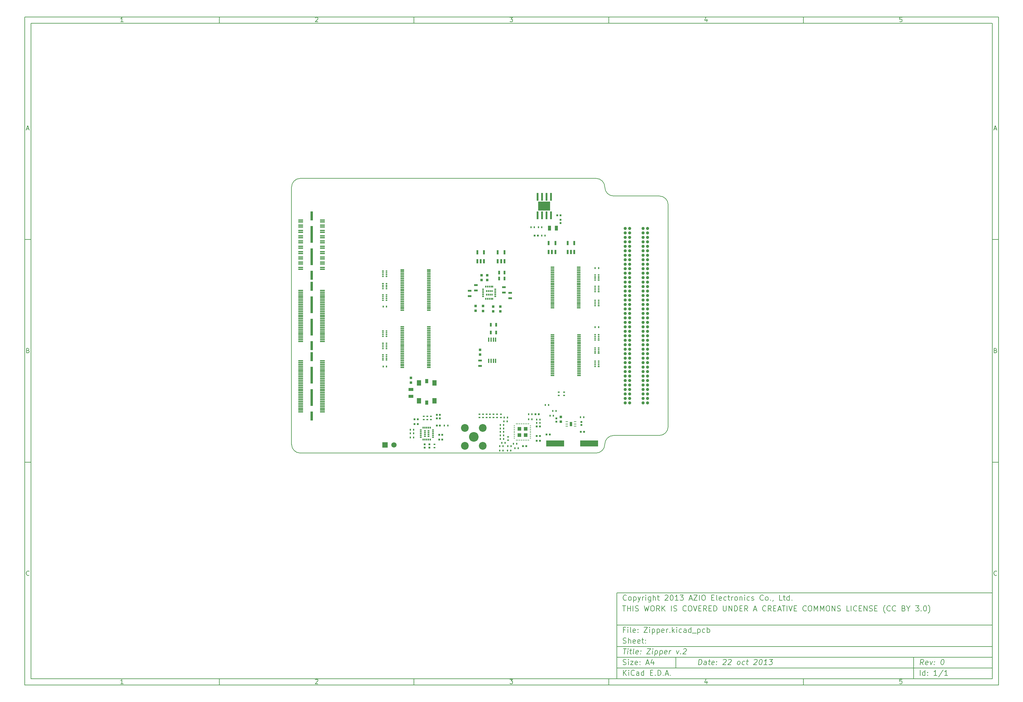
<source format=gbp>
G04 (created by PCBNEW (2013-07-07 BZR 4022)-stable) date 10/22/2013 6:32:42 PM*
%MOIN*%
G04 Gerber Fmt 3.4, Leading zero omitted, Abs format*
%FSLAX34Y34*%
G01*
G70*
G90*
G04 APERTURE LIST*
%ADD10C,0.00590551*%
%ADD11C,0.00787402*%
%ADD12R,0.0137X0.0472*%
%ADD13R,0.0138X0.0472*%
%ADD14R,0.0472X0.0591*%
%ADD15R,0.0354331X0.0472441*%
%ADD16R,0.0217X0.0394*%
%ADD17R,0.0175X0.0195*%
%ADD18R,0.0195X0.0175*%
%ADD19R,0.0314X0.0275*%
%ADD20R,0.0195X0.0195*%
%ADD21O,0.0235X0.0117*%
%ADD22R,0.0235X0.0117*%
%ADD23R,0.0252X0.1*%
%ADD24R,0.0252X0.185*%
%ADD25R,0.0571X0.0118*%
%ADD26R,0.0283X0.0114*%
%ADD27R,0.0295X0.0472*%
%ADD28R,0.0236X0.0472*%
%ADD29R,0.0597X0.0597*%
%ADD30C,0.0597*%
%ADD31C,0.1079*%
%ADD32C,0.0866*%
%ADD33R,0.023622X0.011811*%
%ADD34R,0.011811X0.023622*%
%ADD35R,0.015748X0.00984252*%
%ADD36R,0.00984252X0.015748*%
%ADD37R,0.0393701X0.0393701*%
%ADD38R,0.2X0.07*%
%ADD39R,0.0551X0.0354*%
%ADD40R,0.0394X0.0217*%
%ADD41C,0.0354331*%
%ADD42R,0.0354X0.0551*%
%ADD43R,0.0236X0.0866*%
%ADD44R,0.1339X0.1008*%
%ADD45R,0.0393701X0.011811*%
G04 APERTURE END LIST*
G54D10*
X4000Y-4000D02*
X112930Y-4000D01*
X112930Y-78680D01*
X4000Y-78680D01*
X4000Y-4000D01*
X4700Y-4700D02*
X112230Y-4700D01*
X112230Y-77980D01*
X4700Y-77980D01*
X4700Y-4700D01*
X25780Y-4000D02*
X25780Y-4700D01*
X15032Y-4552D02*
X14747Y-4552D01*
X14890Y-4552D02*
X14890Y-4052D01*
X14842Y-4123D01*
X14794Y-4171D01*
X14747Y-4195D01*
X25780Y-78680D02*
X25780Y-77980D01*
X15032Y-78532D02*
X14747Y-78532D01*
X14890Y-78532D02*
X14890Y-78032D01*
X14842Y-78103D01*
X14794Y-78151D01*
X14747Y-78175D01*
X47560Y-4000D02*
X47560Y-4700D01*
X36527Y-4100D02*
X36550Y-4076D01*
X36598Y-4052D01*
X36717Y-4052D01*
X36765Y-4076D01*
X36789Y-4100D01*
X36812Y-4147D01*
X36812Y-4195D01*
X36789Y-4266D01*
X36503Y-4552D01*
X36812Y-4552D01*
X47560Y-78680D02*
X47560Y-77980D01*
X36527Y-78080D02*
X36550Y-78056D01*
X36598Y-78032D01*
X36717Y-78032D01*
X36765Y-78056D01*
X36789Y-78080D01*
X36812Y-78127D01*
X36812Y-78175D01*
X36789Y-78246D01*
X36503Y-78532D01*
X36812Y-78532D01*
X69340Y-4000D02*
X69340Y-4700D01*
X58283Y-4052D02*
X58592Y-4052D01*
X58426Y-4242D01*
X58497Y-4242D01*
X58545Y-4266D01*
X58569Y-4290D01*
X58592Y-4338D01*
X58592Y-4457D01*
X58569Y-4504D01*
X58545Y-4528D01*
X58497Y-4552D01*
X58354Y-4552D01*
X58307Y-4528D01*
X58283Y-4504D01*
X69340Y-78680D02*
X69340Y-77980D01*
X58283Y-78032D02*
X58592Y-78032D01*
X58426Y-78222D01*
X58497Y-78222D01*
X58545Y-78246D01*
X58569Y-78270D01*
X58592Y-78318D01*
X58592Y-78437D01*
X58569Y-78484D01*
X58545Y-78508D01*
X58497Y-78532D01*
X58354Y-78532D01*
X58307Y-78508D01*
X58283Y-78484D01*
X91120Y-4000D02*
X91120Y-4700D01*
X80325Y-4219D02*
X80325Y-4552D01*
X80206Y-4028D02*
X80087Y-4385D01*
X80396Y-4385D01*
X91120Y-78680D02*
X91120Y-77980D01*
X80325Y-78199D02*
X80325Y-78532D01*
X80206Y-78008D02*
X80087Y-78365D01*
X80396Y-78365D01*
X102129Y-4052D02*
X101890Y-4052D01*
X101867Y-4290D01*
X101890Y-4266D01*
X101938Y-4242D01*
X102057Y-4242D01*
X102105Y-4266D01*
X102129Y-4290D01*
X102152Y-4338D01*
X102152Y-4457D01*
X102129Y-4504D01*
X102105Y-4528D01*
X102057Y-4552D01*
X101938Y-4552D01*
X101890Y-4528D01*
X101867Y-4504D01*
X102129Y-78032D02*
X101890Y-78032D01*
X101867Y-78270D01*
X101890Y-78246D01*
X101938Y-78222D01*
X102057Y-78222D01*
X102105Y-78246D01*
X102129Y-78270D01*
X102152Y-78318D01*
X102152Y-78437D01*
X102129Y-78484D01*
X102105Y-78508D01*
X102057Y-78532D01*
X101938Y-78532D01*
X101890Y-78508D01*
X101867Y-78484D01*
X4000Y-28890D02*
X4700Y-28890D01*
X4230Y-16509D02*
X4469Y-16509D01*
X4183Y-16652D02*
X4350Y-16152D01*
X4516Y-16652D01*
X112930Y-28890D02*
X112230Y-28890D01*
X112460Y-16509D02*
X112699Y-16509D01*
X112413Y-16652D02*
X112580Y-16152D01*
X112746Y-16652D01*
X4000Y-53780D02*
X4700Y-53780D01*
X4385Y-41280D02*
X4457Y-41304D01*
X4480Y-41328D01*
X4504Y-41375D01*
X4504Y-41447D01*
X4480Y-41494D01*
X4457Y-41518D01*
X4409Y-41542D01*
X4219Y-41542D01*
X4219Y-41042D01*
X4385Y-41042D01*
X4433Y-41066D01*
X4457Y-41090D01*
X4480Y-41137D01*
X4480Y-41185D01*
X4457Y-41232D01*
X4433Y-41256D01*
X4385Y-41280D01*
X4219Y-41280D01*
X112930Y-53780D02*
X112230Y-53780D01*
X112615Y-41280D02*
X112687Y-41304D01*
X112710Y-41328D01*
X112734Y-41375D01*
X112734Y-41447D01*
X112710Y-41494D01*
X112687Y-41518D01*
X112639Y-41542D01*
X112449Y-41542D01*
X112449Y-41042D01*
X112615Y-41042D01*
X112663Y-41066D01*
X112687Y-41090D01*
X112710Y-41137D01*
X112710Y-41185D01*
X112687Y-41232D01*
X112663Y-41256D01*
X112615Y-41280D01*
X112449Y-41280D01*
X4504Y-66384D02*
X4480Y-66408D01*
X4409Y-66432D01*
X4361Y-66432D01*
X4290Y-66408D01*
X4242Y-66360D01*
X4219Y-66313D01*
X4195Y-66218D01*
X4195Y-66146D01*
X4219Y-66051D01*
X4242Y-66003D01*
X4290Y-65956D01*
X4361Y-65932D01*
X4409Y-65932D01*
X4480Y-65956D01*
X4504Y-65980D01*
X112734Y-66384D02*
X112710Y-66408D01*
X112639Y-66432D01*
X112591Y-66432D01*
X112520Y-66408D01*
X112472Y-66360D01*
X112449Y-66313D01*
X112425Y-66218D01*
X112425Y-66146D01*
X112449Y-66051D01*
X112472Y-66003D01*
X112520Y-65956D01*
X112591Y-65932D01*
X112639Y-65932D01*
X112710Y-65956D01*
X112734Y-65980D01*
X79380Y-76422D02*
X79455Y-75822D01*
X79597Y-75822D01*
X79680Y-75851D01*
X79730Y-75908D01*
X79751Y-75965D01*
X79765Y-76080D01*
X79755Y-76165D01*
X79712Y-76280D01*
X79676Y-76337D01*
X79612Y-76394D01*
X79522Y-76422D01*
X79380Y-76422D01*
X80237Y-76422D02*
X80276Y-76108D01*
X80255Y-76051D01*
X80201Y-76022D01*
X80087Y-76022D01*
X80026Y-76051D01*
X80240Y-76394D02*
X80180Y-76422D01*
X80037Y-76422D01*
X79983Y-76394D01*
X79962Y-76337D01*
X79969Y-76280D01*
X80005Y-76222D01*
X80065Y-76194D01*
X80208Y-76194D01*
X80269Y-76165D01*
X80487Y-76022D02*
X80715Y-76022D01*
X80597Y-75822D02*
X80533Y-76337D01*
X80555Y-76394D01*
X80608Y-76422D01*
X80665Y-76422D01*
X81097Y-76394D02*
X81037Y-76422D01*
X80922Y-76422D01*
X80869Y-76394D01*
X80847Y-76337D01*
X80876Y-76108D01*
X80912Y-76051D01*
X80972Y-76022D01*
X81087Y-76022D01*
X81140Y-76051D01*
X81162Y-76108D01*
X81155Y-76165D01*
X80862Y-76222D01*
X81387Y-76365D02*
X81412Y-76394D01*
X81380Y-76422D01*
X81355Y-76394D01*
X81387Y-76365D01*
X81380Y-76422D01*
X81426Y-76051D02*
X81451Y-76080D01*
X81419Y-76108D01*
X81394Y-76080D01*
X81426Y-76051D01*
X81419Y-76108D01*
X82162Y-75880D02*
X82194Y-75851D01*
X82255Y-75822D01*
X82397Y-75822D01*
X82451Y-75851D01*
X82476Y-75880D01*
X82497Y-75937D01*
X82490Y-75994D01*
X82451Y-76080D01*
X82065Y-76422D01*
X82437Y-76422D01*
X82733Y-75880D02*
X82765Y-75851D01*
X82826Y-75822D01*
X82969Y-75822D01*
X83022Y-75851D01*
X83047Y-75880D01*
X83069Y-75937D01*
X83062Y-75994D01*
X83022Y-76080D01*
X82637Y-76422D01*
X83008Y-76422D01*
X83808Y-76422D02*
X83755Y-76394D01*
X83730Y-76365D01*
X83708Y-76308D01*
X83730Y-76137D01*
X83765Y-76080D01*
X83797Y-76051D01*
X83858Y-76022D01*
X83944Y-76022D01*
X83997Y-76051D01*
X84022Y-76080D01*
X84044Y-76137D01*
X84022Y-76308D01*
X83987Y-76365D01*
X83955Y-76394D01*
X83894Y-76422D01*
X83808Y-76422D01*
X84526Y-76394D02*
X84465Y-76422D01*
X84351Y-76422D01*
X84297Y-76394D01*
X84272Y-76365D01*
X84251Y-76308D01*
X84272Y-76137D01*
X84308Y-76080D01*
X84340Y-76051D01*
X84401Y-76022D01*
X84515Y-76022D01*
X84569Y-76051D01*
X84744Y-76022D02*
X84972Y-76022D01*
X84855Y-75822D02*
X84790Y-76337D01*
X84812Y-76394D01*
X84865Y-76422D01*
X84922Y-76422D01*
X85619Y-75880D02*
X85651Y-75851D01*
X85712Y-75822D01*
X85855Y-75822D01*
X85908Y-75851D01*
X85933Y-75880D01*
X85955Y-75937D01*
X85947Y-75994D01*
X85908Y-76080D01*
X85522Y-76422D01*
X85894Y-76422D01*
X86340Y-75822D02*
X86397Y-75822D01*
X86451Y-75851D01*
X86476Y-75880D01*
X86497Y-75937D01*
X86512Y-76051D01*
X86494Y-76194D01*
X86451Y-76308D01*
X86415Y-76365D01*
X86383Y-76394D01*
X86322Y-76422D01*
X86265Y-76422D01*
X86212Y-76394D01*
X86187Y-76365D01*
X86165Y-76308D01*
X86151Y-76194D01*
X86169Y-76051D01*
X86212Y-75937D01*
X86247Y-75880D01*
X86280Y-75851D01*
X86340Y-75822D01*
X87037Y-76422D02*
X86694Y-76422D01*
X86865Y-76422D02*
X86940Y-75822D01*
X86872Y-75908D01*
X86808Y-75965D01*
X86747Y-75994D01*
X87312Y-75822D02*
X87683Y-75822D01*
X87455Y-76051D01*
X87540Y-76051D01*
X87594Y-76080D01*
X87619Y-76108D01*
X87640Y-76165D01*
X87622Y-76308D01*
X87587Y-76365D01*
X87555Y-76394D01*
X87494Y-76422D01*
X87322Y-76422D01*
X87269Y-76394D01*
X87244Y-76365D01*
X70972Y-77622D02*
X70972Y-77022D01*
X71315Y-77622D02*
X71058Y-77280D01*
X71315Y-77022D02*
X70972Y-77365D01*
X71572Y-77622D02*
X71572Y-77222D01*
X71572Y-77022D02*
X71544Y-77051D01*
X71572Y-77080D01*
X71601Y-77051D01*
X71572Y-77022D01*
X71572Y-77080D01*
X72201Y-77565D02*
X72172Y-77594D01*
X72087Y-77622D01*
X72030Y-77622D01*
X71944Y-77594D01*
X71887Y-77537D01*
X71858Y-77480D01*
X71830Y-77365D01*
X71830Y-77280D01*
X71858Y-77165D01*
X71887Y-77108D01*
X71944Y-77051D01*
X72030Y-77022D01*
X72087Y-77022D01*
X72172Y-77051D01*
X72201Y-77080D01*
X72715Y-77622D02*
X72715Y-77308D01*
X72687Y-77251D01*
X72630Y-77222D01*
X72515Y-77222D01*
X72458Y-77251D01*
X72715Y-77594D02*
X72658Y-77622D01*
X72515Y-77622D01*
X72458Y-77594D01*
X72430Y-77537D01*
X72430Y-77480D01*
X72458Y-77422D01*
X72515Y-77394D01*
X72658Y-77394D01*
X72715Y-77365D01*
X73258Y-77622D02*
X73258Y-77022D01*
X73258Y-77594D02*
X73201Y-77622D01*
X73087Y-77622D01*
X73030Y-77594D01*
X73001Y-77565D01*
X72972Y-77508D01*
X72972Y-77337D01*
X73001Y-77280D01*
X73030Y-77251D01*
X73087Y-77222D01*
X73201Y-77222D01*
X73258Y-77251D01*
X74001Y-77308D02*
X74201Y-77308D01*
X74287Y-77622D02*
X74001Y-77622D01*
X74001Y-77022D01*
X74287Y-77022D01*
X74544Y-77565D02*
X74572Y-77594D01*
X74544Y-77622D01*
X74515Y-77594D01*
X74544Y-77565D01*
X74544Y-77622D01*
X74829Y-77622D02*
X74829Y-77022D01*
X74972Y-77022D01*
X75058Y-77051D01*
X75115Y-77108D01*
X75144Y-77165D01*
X75172Y-77280D01*
X75172Y-77365D01*
X75144Y-77480D01*
X75115Y-77537D01*
X75058Y-77594D01*
X74972Y-77622D01*
X74829Y-77622D01*
X75429Y-77565D02*
X75458Y-77594D01*
X75429Y-77622D01*
X75401Y-77594D01*
X75429Y-77565D01*
X75429Y-77622D01*
X75687Y-77451D02*
X75972Y-77451D01*
X75629Y-77622D02*
X75829Y-77022D01*
X76029Y-77622D01*
X76229Y-77565D02*
X76258Y-77594D01*
X76229Y-77622D01*
X76201Y-77594D01*
X76229Y-77565D01*
X76229Y-77622D01*
X104522Y-76422D02*
X104358Y-76137D01*
X104180Y-76422D02*
X104255Y-75822D01*
X104483Y-75822D01*
X104537Y-75851D01*
X104562Y-75880D01*
X104583Y-75937D01*
X104572Y-76022D01*
X104537Y-76080D01*
X104505Y-76108D01*
X104444Y-76137D01*
X104215Y-76137D01*
X105012Y-76394D02*
X104951Y-76422D01*
X104837Y-76422D01*
X104783Y-76394D01*
X104762Y-76337D01*
X104790Y-76108D01*
X104826Y-76051D01*
X104887Y-76022D01*
X105001Y-76022D01*
X105055Y-76051D01*
X105076Y-76108D01*
X105069Y-76165D01*
X104776Y-76222D01*
X105287Y-76022D02*
X105380Y-76422D01*
X105572Y-76022D01*
X105758Y-76365D02*
X105783Y-76394D01*
X105751Y-76422D01*
X105726Y-76394D01*
X105758Y-76365D01*
X105751Y-76422D01*
X105797Y-76051D02*
X105822Y-76080D01*
X105790Y-76108D01*
X105765Y-76080D01*
X105797Y-76051D01*
X105790Y-76108D01*
X106683Y-75822D02*
X106740Y-75822D01*
X106794Y-75851D01*
X106819Y-75880D01*
X106840Y-75937D01*
X106855Y-76051D01*
X106837Y-76194D01*
X106794Y-76308D01*
X106758Y-76365D01*
X106726Y-76394D01*
X106665Y-76422D01*
X106608Y-76422D01*
X106555Y-76394D01*
X106530Y-76365D01*
X106508Y-76308D01*
X106494Y-76194D01*
X106512Y-76051D01*
X106555Y-75937D01*
X106590Y-75880D01*
X106622Y-75851D01*
X106683Y-75822D01*
X70944Y-76394D02*
X71030Y-76422D01*
X71172Y-76422D01*
X71230Y-76394D01*
X71258Y-76365D01*
X71287Y-76308D01*
X71287Y-76251D01*
X71258Y-76194D01*
X71230Y-76165D01*
X71172Y-76137D01*
X71058Y-76108D01*
X71001Y-76080D01*
X70972Y-76051D01*
X70944Y-75994D01*
X70944Y-75937D01*
X70972Y-75880D01*
X71001Y-75851D01*
X71058Y-75822D01*
X71201Y-75822D01*
X71287Y-75851D01*
X71544Y-76422D02*
X71544Y-76022D01*
X71544Y-75822D02*
X71515Y-75851D01*
X71544Y-75880D01*
X71572Y-75851D01*
X71544Y-75822D01*
X71544Y-75880D01*
X71772Y-76022D02*
X72087Y-76022D01*
X71772Y-76422D01*
X72087Y-76422D01*
X72544Y-76394D02*
X72487Y-76422D01*
X72372Y-76422D01*
X72315Y-76394D01*
X72287Y-76337D01*
X72287Y-76108D01*
X72315Y-76051D01*
X72372Y-76022D01*
X72487Y-76022D01*
X72544Y-76051D01*
X72572Y-76108D01*
X72572Y-76165D01*
X72287Y-76222D01*
X72830Y-76365D02*
X72858Y-76394D01*
X72830Y-76422D01*
X72801Y-76394D01*
X72830Y-76365D01*
X72830Y-76422D01*
X72830Y-76051D02*
X72858Y-76080D01*
X72830Y-76108D01*
X72801Y-76080D01*
X72830Y-76051D01*
X72830Y-76108D01*
X73544Y-76251D02*
X73830Y-76251D01*
X73487Y-76422D02*
X73687Y-75822D01*
X73887Y-76422D01*
X74344Y-76022D02*
X74344Y-76422D01*
X74201Y-75794D02*
X74058Y-76222D01*
X74430Y-76222D01*
X104172Y-77622D02*
X104172Y-77022D01*
X104715Y-77622D02*
X104715Y-77022D01*
X104715Y-77594D02*
X104658Y-77622D01*
X104544Y-77622D01*
X104487Y-77594D01*
X104458Y-77565D01*
X104430Y-77508D01*
X104430Y-77337D01*
X104458Y-77280D01*
X104487Y-77251D01*
X104544Y-77222D01*
X104658Y-77222D01*
X104715Y-77251D01*
X105001Y-77565D02*
X105030Y-77594D01*
X105001Y-77622D01*
X104972Y-77594D01*
X105001Y-77565D01*
X105001Y-77622D01*
X105001Y-77251D02*
X105030Y-77280D01*
X105001Y-77308D01*
X104972Y-77280D01*
X105001Y-77251D01*
X105001Y-77308D01*
X106058Y-77622D02*
X105715Y-77622D01*
X105887Y-77622D02*
X105887Y-77022D01*
X105829Y-77108D01*
X105772Y-77165D01*
X105715Y-77194D01*
X106744Y-76994D02*
X106230Y-77765D01*
X107258Y-77622D02*
X106915Y-77622D01*
X107087Y-77622D02*
X107087Y-77022D01*
X107029Y-77108D01*
X106972Y-77165D01*
X106915Y-77194D01*
X70969Y-74622D02*
X71312Y-74622D01*
X71065Y-75222D02*
X71140Y-74622D01*
X71437Y-75222D02*
X71487Y-74822D01*
X71512Y-74622D02*
X71480Y-74651D01*
X71505Y-74680D01*
X71537Y-74651D01*
X71512Y-74622D01*
X71505Y-74680D01*
X71687Y-74822D02*
X71915Y-74822D01*
X71797Y-74622D02*
X71733Y-75137D01*
X71755Y-75194D01*
X71808Y-75222D01*
X71865Y-75222D01*
X72151Y-75222D02*
X72097Y-75194D01*
X72076Y-75137D01*
X72140Y-74622D01*
X72612Y-75194D02*
X72551Y-75222D01*
X72437Y-75222D01*
X72383Y-75194D01*
X72362Y-75137D01*
X72390Y-74908D01*
X72426Y-74851D01*
X72487Y-74822D01*
X72601Y-74822D01*
X72655Y-74851D01*
X72676Y-74908D01*
X72669Y-74965D01*
X72376Y-75022D01*
X72901Y-75165D02*
X72926Y-75194D01*
X72894Y-75222D01*
X72869Y-75194D01*
X72901Y-75165D01*
X72894Y-75222D01*
X72940Y-74851D02*
X72965Y-74880D01*
X72933Y-74908D01*
X72908Y-74880D01*
X72940Y-74851D01*
X72933Y-74908D01*
X73655Y-74622D02*
X74055Y-74622D01*
X73580Y-75222D01*
X73980Y-75222D01*
X74208Y-75222D02*
X74258Y-74822D01*
X74283Y-74622D02*
X74251Y-74651D01*
X74276Y-74680D01*
X74308Y-74651D01*
X74283Y-74622D01*
X74276Y-74680D01*
X74544Y-74822D02*
X74469Y-75422D01*
X74540Y-74851D02*
X74601Y-74822D01*
X74715Y-74822D01*
X74769Y-74851D01*
X74794Y-74880D01*
X74815Y-74937D01*
X74794Y-75108D01*
X74758Y-75165D01*
X74726Y-75194D01*
X74665Y-75222D01*
X74551Y-75222D01*
X74497Y-75194D01*
X75087Y-74822D02*
X75012Y-75422D01*
X75083Y-74851D02*
X75144Y-74822D01*
X75258Y-74822D01*
X75312Y-74851D01*
X75337Y-74880D01*
X75358Y-74937D01*
X75337Y-75108D01*
X75301Y-75165D01*
X75269Y-75194D01*
X75208Y-75222D01*
X75094Y-75222D01*
X75040Y-75194D01*
X75812Y-75194D02*
X75751Y-75222D01*
X75637Y-75222D01*
X75583Y-75194D01*
X75562Y-75137D01*
X75590Y-74908D01*
X75626Y-74851D01*
X75687Y-74822D01*
X75801Y-74822D01*
X75855Y-74851D01*
X75876Y-74908D01*
X75869Y-74965D01*
X75576Y-75022D01*
X76094Y-75222D02*
X76144Y-74822D01*
X76130Y-74937D02*
X76165Y-74880D01*
X76197Y-74851D01*
X76258Y-74822D01*
X76315Y-74822D01*
X76915Y-74822D02*
X77008Y-75222D01*
X77201Y-74822D01*
X77387Y-75165D02*
X77412Y-75194D01*
X77380Y-75222D01*
X77355Y-75194D01*
X77387Y-75165D01*
X77380Y-75222D01*
X77705Y-74680D02*
X77737Y-74651D01*
X77797Y-74622D01*
X77940Y-74622D01*
X77994Y-74651D01*
X78019Y-74680D01*
X78040Y-74737D01*
X78033Y-74794D01*
X77994Y-74880D01*
X77608Y-75222D01*
X77980Y-75222D01*
X71172Y-72508D02*
X70972Y-72508D01*
X70972Y-72822D02*
X70972Y-72222D01*
X71258Y-72222D01*
X71487Y-72822D02*
X71487Y-72422D01*
X71487Y-72222D02*
X71458Y-72251D01*
X71487Y-72280D01*
X71515Y-72251D01*
X71487Y-72222D01*
X71487Y-72280D01*
X71858Y-72822D02*
X71801Y-72794D01*
X71772Y-72737D01*
X71772Y-72222D01*
X72315Y-72794D02*
X72258Y-72822D01*
X72144Y-72822D01*
X72087Y-72794D01*
X72058Y-72737D01*
X72058Y-72508D01*
X72087Y-72451D01*
X72144Y-72422D01*
X72258Y-72422D01*
X72315Y-72451D01*
X72344Y-72508D01*
X72344Y-72565D01*
X72058Y-72622D01*
X72601Y-72765D02*
X72630Y-72794D01*
X72601Y-72822D01*
X72572Y-72794D01*
X72601Y-72765D01*
X72601Y-72822D01*
X72601Y-72451D02*
X72630Y-72480D01*
X72601Y-72508D01*
X72572Y-72480D01*
X72601Y-72451D01*
X72601Y-72508D01*
X73287Y-72222D02*
X73687Y-72222D01*
X73287Y-72822D01*
X73687Y-72822D01*
X73915Y-72822D02*
X73915Y-72422D01*
X73915Y-72222D02*
X73887Y-72251D01*
X73915Y-72280D01*
X73944Y-72251D01*
X73915Y-72222D01*
X73915Y-72280D01*
X74201Y-72422D02*
X74201Y-73022D01*
X74201Y-72451D02*
X74258Y-72422D01*
X74372Y-72422D01*
X74430Y-72451D01*
X74458Y-72480D01*
X74487Y-72537D01*
X74487Y-72708D01*
X74458Y-72765D01*
X74430Y-72794D01*
X74372Y-72822D01*
X74258Y-72822D01*
X74201Y-72794D01*
X74744Y-72422D02*
X74744Y-73022D01*
X74744Y-72451D02*
X74801Y-72422D01*
X74915Y-72422D01*
X74972Y-72451D01*
X75001Y-72480D01*
X75030Y-72537D01*
X75030Y-72708D01*
X75001Y-72765D01*
X74972Y-72794D01*
X74915Y-72822D01*
X74801Y-72822D01*
X74744Y-72794D01*
X75515Y-72794D02*
X75458Y-72822D01*
X75344Y-72822D01*
X75287Y-72794D01*
X75258Y-72737D01*
X75258Y-72508D01*
X75287Y-72451D01*
X75344Y-72422D01*
X75458Y-72422D01*
X75515Y-72451D01*
X75544Y-72508D01*
X75544Y-72565D01*
X75258Y-72622D01*
X75801Y-72822D02*
X75801Y-72422D01*
X75801Y-72537D02*
X75830Y-72480D01*
X75858Y-72451D01*
X75915Y-72422D01*
X75972Y-72422D01*
X76172Y-72765D02*
X76201Y-72794D01*
X76172Y-72822D01*
X76144Y-72794D01*
X76172Y-72765D01*
X76172Y-72822D01*
X76458Y-72822D02*
X76458Y-72222D01*
X76515Y-72594D02*
X76687Y-72822D01*
X76687Y-72422D02*
X76458Y-72651D01*
X76944Y-72822D02*
X76944Y-72422D01*
X76944Y-72222D02*
X76915Y-72251D01*
X76944Y-72280D01*
X76972Y-72251D01*
X76944Y-72222D01*
X76944Y-72280D01*
X77487Y-72794D02*
X77430Y-72822D01*
X77315Y-72822D01*
X77258Y-72794D01*
X77230Y-72765D01*
X77201Y-72708D01*
X77201Y-72537D01*
X77230Y-72480D01*
X77258Y-72451D01*
X77315Y-72422D01*
X77430Y-72422D01*
X77487Y-72451D01*
X78001Y-72822D02*
X78001Y-72508D01*
X77972Y-72451D01*
X77915Y-72422D01*
X77801Y-72422D01*
X77744Y-72451D01*
X78001Y-72794D02*
X77944Y-72822D01*
X77801Y-72822D01*
X77744Y-72794D01*
X77715Y-72737D01*
X77715Y-72680D01*
X77744Y-72622D01*
X77801Y-72594D01*
X77944Y-72594D01*
X78001Y-72565D01*
X78544Y-72822D02*
X78544Y-72222D01*
X78544Y-72794D02*
X78487Y-72822D01*
X78372Y-72822D01*
X78315Y-72794D01*
X78287Y-72765D01*
X78258Y-72708D01*
X78258Y-72537D01*
X78287Y-72480D01*
X78315Y-72451D01*
X78372Y-72422D01*
X78487Y-72422D01*
X78544Y-72451D01*
X78687Y-72880D02*
X79144Y-72880D01*
X79287Y-72422D02*
X79287Y-73022D01*
X79287Y-72451D02*
X79344Y-72422D01*
X79458Y-72422D01*
X79515Y-72451D01*
X79544Y-72480D01*
X79572Y-72537D01*
X79572Y-72708D01*
X79544Y-72765D01*
X79515Y-72794D01*
X79458Y-72822D01*
X79344Y-72822D01*
X79287Y-72794D01*
X80087Y-72794D02*
X80030Y-72822D01*
X79915Y-72822D01*
X79858Y-72794D01*
X79830Y-72765D01*
X79801Y-72708D01*
X79801Y-72537D01*
X79830Y-72480D01*
X79858Y-72451D01*
X79915Y-72422D01*
X80030Y-72422D01*
X80087Y-72451D01*
X80344Y-72822D02*
X80344Y-72222D01*
X80344Y-72451D02*
X80401Y-72422D01*
X80515Y-72422D01*
X80572Y-72451D01*
X80601Y-72480D01*
X80630Y-72537D01*
X80630Y-72708D01*
X80601Y-72765D01*
X80572Y-72794D01*
X80515Y-72822D01*
X80401Y-72822D01*
X80344Y-72794D01*
X70944Y-73994D02*
X71030Y-74022D01*
X71172Y-74022D01*
X71230Y-73994D01*
X71258Y-73965D01*
X71287Y-73908D01*
X71287Y-73851D01*
X71258Y-73794D01*
X71230Y-73765D01*
X71172Y-73737D01*
X71058Y-73708D01*
X71001Y-73680D01*
X70972Y-73651D01*
X70944Y-73594D01*
X70944Y-73537D01*
X70972Y-73480D01*
X71001Y-73451D01*
X71058Y-73422D01*
X71201Y-73422D01*
X71287Y-73451D01*
X71544Y-74022D02*
X71544Y-73422D01*
X71801Y-74022D02*
X71801Y-73708D01*
X71772Y-73651D01*
X71715Y-73622D01*
X71630Y-73622D01*
X71572Y-73651D01*
X71544Y-73680D01*
X72315Y-73994D02*
X72258Y-74022D01*
X72144Y-74022D01*
X72087Y-73994D01*
X72058Y-73937D01*
X72058Y-73708D01*
X72087Y-73651D01*
X72144Y-73622D01*
X72258Y-73622D01*
X72315Y-73651D01*
X72344Y-73708D01*
X72344Y-73765D01*
X72058Y-73822D01*
X72830Y-73994D02*
X72772Y-74022D01*
X72658Y-74022D01*
X72601Y-73994D01*
X72572Y-73937D01*
X72572Y-73708D01*
X72601Y-73651D01*
X72658Y-73622D01*
X72772Y-73622D01*
X72830Y-73651D01*
X72858Y-73708D01*
X72858Y-73765D01*
X72572Y-73822D01*
X73030Y-73622D02*
X73258Y-73622D01*
X73115Y-73422D02*
X73115Y-73937D01*
X73144Y-73994D01*
X73201Y-74022D01*
X73258Y-74022D01*
X73458Y-73965D02*
X73487Y-73994D01*
X73458Y-74022D01*
X73430Y-73994D01*
X73458Y-73965D01*
X73458Y-74022D01*
X73458Y-73651D02*
X73487Y-73680D01*
X73458Y-73708D01*
X73430Y-73680D01*
X73458Y-73651D01*
X73458Y-73708D01*
X70887Y-69822D02*
X71230Y-69822D01*
X71058Y-70422D02*
X71058Y-69822D01*
X71430Y-70422D02*
X71430Y-69822D01*
X71430Y-70108D02*
X71772Y-70108D01*
X71772Y-70422D02*
X71772Y-69822D01*
X72058Y-70422D02*
X72058Y-69822D01*
X72315Y-70394D02*
X72401Y-70422D01*
X72544Y-70422D01*
X72601Y-70394D01*
X72629Y-70365D01*
X72658Y-70308D01*
X72658Y-70251D01*
X72629Y-70194D01*
X72601Y-70165D01*
X72544Y-70137D01*
X72429Y-70108D01*
X72372Y-70080D01*
X72344Y-70051D01*
X72315Y-69994D01*
X72315Y-69937D01*
X72344Y-69880D01*
X72372Y-69851D01*
X72429Y-69822D01*
X72572Y-69822D01*
X72658Y-69851D01*
X73315Y-69822D02*
X73458Y-70422D01*
X73572Y-69994D01*
X73687Y-70422D01*
X73830Y-69822D01*
X74172Y-69822D02*
X74287Y-69822D01*
X74344Y-69851D01*
X74401Y-69908D01*
X74430Y-70022D01*
X74430Y-70222D01*
X74401Y-70337D01*
X74344Y-70394D01*
X74287Y-70422D01*
X74172Y-70422D01*
X74115Y-70394D01*
X74058Y-70337D01*
X74030Y-70222D01*
X74030Y-70022D01*
X74058Y-69908D01*
X74115Y-69851D01*
X74172Y-69822D01*
X75029Y-70422D02*
X74829Y-70137D01*
X74687Y-70422D02*
X74687Y-69822D01*
X74915Y-69822D01*
X74972Y-69851D01*
X75001Y-69880D01*
X75029Y-69937D01*
X75029Y-70022D01*
X75001Y-70080D01*
X74972Y-70108D01*
X74915Y-70137D01*
X74687Y-70137D01*
X75287Y-70422D02*
X75287Y-69822D01*
X75629Y-70422D02*
X75372Y-70080D01*
X75629Y-69822D02*
X75287Y-70165D01*
X76344Y-70422D02*
X76344Y-69822D01*
X76601Y-70394D02*
X76687Y-70422D01*
X76829Y-70422D01*
X76887Y-70394D01*
X76915Y-70365D01*
X76944Y-70308D01*
X76944Y-70251D01*
X76915Y-70194D01*
X76887Y-70165D01*
X76829Y-70137D01*
X76715Y-70108D01*
X76658Y-70080D01*
X76629Y-70051D01*
X76601Y-69994D01*
X76601Y-69937D01*
X76629Y-69880D01*
X76658Y-69851D01*
X76715Y-69822D01*
X76858Y-69822D01*
X76944Y-69851D01*
X78001Y-70365D02*
X77972Y-70394D01*
X77887Y-70422D01*
X77830Y-70422D01*
X77744Y-70394D01*
X77687Y-70337D01*
X77658Y-70280D01*
X77630Y-70165D01*
X77630Y-70080D01*
X77658Y-69965D01*
X77687Y-69908D01*
X77744Y-69851D01*
X77830Y-69822D01*
X77887Y-69822D01*
X77972Y-69851D01*
X78001Y-69880D01*
X78372Y-69822D02*
X78487Y-69822D01*
X78544Y-69851D01*
X78601Y-69908D01*
X78630Y-70022D01*
X78630Y-70222D01*
X78601Y-70337D01*
X78544Y-70394D01*
X78487Y-70422D01*
X78372Y-70422D01*
X78315Y-70394D01*
X78258Y-70337D01*
X78230Y-70222D01*
X78230Y-70022D01*
X78258Y-69908D01*
X78315Y-69851D01*
X78372Y-69822D01*
X78801Y-69822D02*
X79001Y-70422D01*
X79201Y-69822D01*
X79401Y-70108D02*
X79601Y-70108D01*
X79687Y-70422D02*
X79401Y-70422D01*
X79401Y-69822D01*
X79687Y-69822D01*
X80287Y-70422D02*
X80087Y-70137D01*
X79944Y-70422D02*
X79944Y-69822D01*
X80172Y-69822D01*
X80229Y-69851D01*
X80258Y-69880D01*
X80287Y-69937D01*
X80287Y-70022D01*
X80258Y-70080D01*
X80229Y-70108D01*
X80172Y-70137D01*
X79944Y-70137D01*
X80544Y-70108D02*
X80744Y-70108D01*
X80829Y-70422D02*
X80544Y-70422D01*
X80544Y-69822D01*
X80829Y-69822D01*
X81087Y-70422D02*
X81087Y-69822D01*
X81229Y-69822D01*
X81315Y-69851D01*
X81372Y-69908D01*
X81401Y-69965D01*
X81429Y-70080D01*
X81429Y-70165D01*
X81401Y-70280D01*
X81372Y-70337D01*
X81315Y-70394D01*
X81229Y-70422D01*
X81087Y-70422D01*
X82144Y-69822D02*
X82144Y-70308D01*
X82172Y-70365D01*
X82201Y-70394D01*
X82258Y-70422D01*
X82372Y-70422D01*
X82429Y-70394D01*
X82458Y-70365D01*
X82487Y-70308D01*
X82487Y-69822D01*
X82772Y-70422D02*
X82772Y-69822D01*
X83115Y-70422D01*
X83115Y-69822D01*
X83401Y-70422D02*
X83401Y-69822D01*
X83544Y-69822D01*
X83629Y-69851D01*
X83687Y-69908D01*
X83715Y-69965D01*
X83744Y-70080D01*
X83744Y-70165D01*
X83715Y-70280D01*
X83687Y-70337D01*
X83629Y-70394D01*
X83544Y-70422D01*
X83401Y-70422D01*
X84001Y-70108D02*
X84201Y-70108D01*
X84287Y-70422D02*
X84001Y-70422D01*
X84001Y-69822D01*
X84287Y-69822D01*
X84887Y-70422D02*
X84687Y-70137D01*
X84544Y-70422D02*
X84544Y-69822D01*
X84772Y-69822D01*
X84829Y-69851D01*
X84858Y-69880D01*
X84887Y-69937D01*
X84887Y-70022D01*
X84858Y-70080D01*
X84829Y-70108D01*
X84772Y-70137D01*
X84544Y-70137D01*
X85572Y-70251D02*
X85858Y-70251D01*
X85515Y-70422D02*
X85715Y-69822D01*
X85915Y-70422D01*
X86915Y-70365D02*
X86887Y-70394D01*
X86801Y-70422D01*
X86744Y-70422D01*
X86658Y-70394D01*
X86601Y-70337D01*
X86572Y-70280D01*
X86544Y-70165D01*
X86544Y-70080D01*
X86572Y-69965D01*
X86601Y-69908D01*
X86658Y-69851D01*
X86744Y-69822D01*
X86801Y-69822D01*
X86887Y-69851D01*
X86915Y-69880D01*
X87515Y-70422D02*
X87315Y-70137D01*
X87172Y-70422D02*
X87172Y-69822D01*
X87401Y-69822D01*
X87458Y-69851D01*
X87487Y-69880D01*
X87515Y-69937D01*
X87515Y-70022D01*
X87487Y-70080D01*
X87458Y-70108D01*
X87401Y-70137D01*
X87172Y-70137D01*
X87772Y-70108D02*
X87972Y-70108D01*
X88058Y-70422D02*
X87772Y-70422D01*
X87772Y-69822D01*
X88058Y-69822D01*
X88287Y-70251D02*
X88572Y-70251D01*
X88229Y-70422D02*
X88429Y-69822D01*
X88629Y-70422D01*
X88744Y-69822D02*
X89087Y-69822D01*
X88915Y-70422D02*
X88915Y-69822D01*
X89287Y-70422D02*
X89287Y-69822D01*
X89487Y-69822D02*
X89687Y-70422D01*
X89887Y-69822D01*
X90087Y-70108D02*
X90287Y-70108D01*
X90372Y-70422D02*
X90087Y-70422D01*
X90087Y-69822D01*
X90372Y-69822D01*
X91429Y-70365D02*
X91401Y-70394D01*
X91315Y-70422D01*
X91258Y-70422D01*
X91172Y-70394D01*
X91115Y-70337D01*
X91087Y-70280D01*
X91058Y-70165D01*
X91058Y-70080D01*
X91087Y-69965D01*
X91115Y-69908D01*
X91172Y-69851D01*
X91258Y-69822D01*
X91315Y-69822D01*
X91401Y-69851D01*
X91429Y-69880D01*
X91801Y-69822D02*
X91915Y-69822D01*
X91972Y-69851D01*
X92029Y-69908D01*
X92058Y-70022D01*
X92058Y-70222D01*
X92029Y-70337D01*
X91972Y-70394D01*
X91915Y-70422D01*
X91801Y-70422D01*
X91744Y-70394D01*
X91687Y-70337D01*
X91658Y-70222D01*
X91658Y-70022D01*
X91687Y-69908D01*
X91744Y-69851D01*
X91801Y-69822D01*
X92315Y-70422D02*
X92315Y-69822D01*
X92515Y-70251D01*
X92715Y-69822D01*
X92715Y-70422D01*
X93001Y-70422D02*
X93001Y-69822D01*
X93201Y-70251D01*
X93401Y-69822D01*
X93401Y-70422D01*
X93801Y-69822D02*
X93915Y-69822D01*
X93972Y-69851D01*
X94029Y-69908D01*
X94058Y-70022D01*
X94058Y-70222D01*
X94029Y-70337D01*
X93972Y-70394D01*
X93915Y-70422D01*
X93801Y-70422D01*
X93744Y-70394D01*
X93687Y-70337D01*
X93658Y-70222D01*
X93658Y-70022D01*
X93687Y-69908D01*
X93744Y-69851D01*
X93801Y-69822D01*
X94315Y-70422D02*
X94315Y-69822D01*
X94658Y-70422D01*
X94658Y-69822D01*
X94915Y-70394D02*
X95001Y-70422D01*
X95144Y-70422D01*
X95201Y-70394D01*
X95229Y-70365D01*
X95258Y-70308D01*
X95258Y-70251D01*
X95229Y-70194D01*
X95201Y-70165D01*
X95144Y-70137D01*
X95029Y-70108D01*
X94972Y-70080D01*
X94944Y-70051D01*
X94915Y-69994D01*
X94915Y-69937D01*
X94944Y-69880D01*
X94972Y-69851D01*
X95029Y-69822D01*
X95172Y-69822D01*
X95258Y-69851D01*
X96258Y-70422D02*
X95972Y-70422D01*
X95972Y-69822D01*
X96458Y-70422D02*
X96458Y-69822D01*
X97087Y-70365D02*
X97058Y-70394D01*
X96972Y-70422D01*
X96915Y-70422D01*
X96829Y-70394D01*
X96772Y-70337D01*
X96744Y-70280D01*
X96715Y-70165D01*
X96715Y-70080D01*
X96744Y-69965D01*
X96772Y-69908D01*
X96829Y-69851D01*
X96915Y-69822D01*
X96972Y-69822D01*
X97058Y-69851D01*
X97087Y-69880D01*
X97344Y-70108D02*
X97544Y-70108D01*
X97629Y-70422D02*
X97344Y-70422D01*
X97344Y-69822D01*
X97629Y-69822D01*
X97887Y-70422D02*
X97887Y-69822D01*
X98229Y-70422D01*
X98229Y-69822D01*
X98487Y-70394D02*
X98572Y-70422D01*
X98715Y-70422D01*
X98772Y-70394D01*
X98801Y-70365D01*
X98829Y-70308D01*
X98829Y-70251D01*
X98801Y-70194D01*
X98772Y-70165D01*
X98715Y-70137D01*
X98601Y-70108D01*
X98544Y-70080D01*
X98515Y-70051D01*
X98487Y-69994D01*
X98487Y-69937D01*
X98515Y-69880D01*
X98544Y-69851D01*
X98601Y-69822D01*
X98744Y-69822D01*
X98829Y-69851D01*
X99087Y-70108D02*
X99287Y-70108D01*
X99372Y-70422D02*
X99087Y-70422D01*
X99087Y-69822D01*
X99372Y-69822D01*
X100258Y-70651D02*
X100229Y-70622D01*
X100172Y-70537D01*
X100144Y-70480D01*
X100115Y-70394D01*
X100087Y-70251D01*
X100087Y-70137D01*
X100115Y-69994D01*
X100144Y-69908D01*
X100172Y-69851D01*
X100229Y-69765D01*
X100258Y-69737D01*
X100829Y-70365D02*
X100801Y-70394D01*
X100715Y-70422D01*
X100658Y-70422D01*
X100572Y-70394D01*
X100515Y-70337D01*
X100487Y-70280D01*
X100458Y-70165D01*
X100458Y-70080D01*
X100487Y-69965D01*
X100515Y-69908D01*
X100572Y-69851D01*
X100658Y-69822D01*
X100715Y-69822D01*
X100801Y-69851D01*
X100829Y-69880D01*
X101429Y-70365D02*
X101401Y-70394D01*
X101315Y-70422D01*
X101258Y-70422D01*
X101172Y-70394D01*
X101115Y-70337D01*
X101087Y-70280D01*
X101058Y-70165D01*
X101058Y-70080D01*
X101087Y-69965D01*
X101115Y-69908D01*
X101172Y-69851D01*
X101258Y-69822D01*
X101315Y-69822D01*
X101401Y-69851D01*
X101429Y-69880D01*
X102344Y-70108D02*
X102429Y-70137D01*
X102458Y-70165D01*
X102487Y-70222D01*
X102487Y-70308D01*
X102458Y-70365D01*
X102429Y-70394D01*
X102372Y-70422D01*
X102144Y-70422D01*
X102144Y-69822D01*
X102344Y-69822D01*
X102401Y-69851D01*
X102429Y-69880D01*
X102458Y-69937D01*
X102458Y-69994D01*
X102429Y-70051D01*
X102401Y-70080D01*
X102344Y-70108D01*
X102144Y-70108D01*
X102858Y-70137D02*
X102858Y-70422D01*
X102658Y-69822D02*
X102858Y-70137D01*
X103058Y-69822D01*
X103658Y-69822D02*
X104029Y-69822D01*
X103829Y-70051D01*
X103915Y-70051D01*
X103972Y-70080D01*
X104001Y-70108D01*
X104029Y-70165D01*
X104029Y-70308D01*
X104001Y-70365D01*
X103972Y-70394D01*
X103915Y-70422D01*
X103744Y-70422D01*
X103687Y-70394D01*
X103658Y-70365D01*
X104287Y-70365D02*
X104315Y-70394D01*
X104287Y-70422D01*
X104258Y-70394D01*
X104287Y-70365D01*
X104287Y-70422D01*
X104687Y-69822D02*
X104744Y-69822D01*
X104801Y-69851D01*
X104829Y-69880D01*
X104858Y-69937D01*
X104887Y-70051D01*
X104887Y-70194D01*
X104858Y-70308D01*
X104829Y-70365D01*
X104801Y-70394D01*
X104744Y-70422D01*
X104687Y-70422D01*
X104629Y-70394D01*
X104601Y-70365D01*
X104572Y-70308D01*
X104544Y-70194D01*
X104544Y-70051D01*
X104572Y-69937D01*
X104601Y-69880D01*
X104629Y-69851D01*
X104687Y-69822D01*
X105087Y-70651D02*
X105115Y-70622D01*
X105172Y-70537D01*
X105201Y-70480D01*
X105229Y-70394D01*
X105258Y-70251D01*
X105258Y-70137D01*
X105229Y-69994D01*
X105201Y-69908D01*
X105172Y-69851D01*
X105115Y-69765D01*
X105087Y-69737D01*
X71315Y-69165D02*
X71287Y-69194D01*
X71201Y-69222D01*
X71144Y-69222D01*
X71058Y-69194D01*
X71001Y-69137D01*
X70972Y-69080D01*
X70944Y-68965D01*
X70944Y-68880D01*
X70972Y-68765D01*
X71001Y-68708D01*
X71058Y-68651D01*
X71144Y-68622D01*
X71201Y-68622D01*
X71287Y-68651D01*
X71315Y-68680D01*
X71658Y-69222D02*
X71601Y-69194D01*
X71572Y-69165D01*
X71544Y-69108D01*
X71544Y-68937D01*
X71572Y-68880D01*
X71601Y-68851D01*
X71658Y-68822D01*
X71744Y-68822D01*
X71801Y-68851D01*
X71830Y-68880D01*
X71858Y-68937D01*
X71858Y-69108D01*
X71830Y-69165D01*
X71801Y-69194D01*
X71744Y-69222D01*
X71658Y-69222D01*
X72115Y-68822D02*
X72115Y-69422D01*
X72115Y-68851D02*
X72172Y-68822D01*
X72287Y-68822D01*
X72344Y-68851D01*
X72372Y-68880D01*
X72401Y-68937D01*
X72401Y-69108D01*
X72372Y-69165D01*
X72344Y-69194D01*
X72287Y-69222D01*
X72172Y-69222D01*
X72115Y-69194D01*
X72601Y-68822D02*
X72744Y-69222D01*
X72887Y-68822D02*
X72744Y-69222D01*
X72687Y-69365D01*
X72658Y-69394D01*
X72601Y-69422D01*
X73115Y-69222D02*
X73115Y-68822D01*
X73115Y-68937D02*
X73144Y-68880D01*
X73172Y-68851D01*
X73230Y-68822D01*
X73287Y-68822D01*
X73487Y-69222D02*
X73487Y-68822D01*
X73487Y-68622D02*
X73458Y-68651D01*
X73487Y-68680D01*
X73515Y-68651D01*
X73487Y-68622D01*
X73487Y-68680D01*
X74030Y-68822D02*
X74030Y-69308D01*
X74001Y-69365D01*
X73972Y-69394D01*
X73915Y-69422D01*
X73830Y-69422D01*
X73772Y-69394D01*
X74030Y-69194D02*
X73972Y-69222D01*
X73858Y-69222D01*
X73801Y-69194D01*
X73772Y-69165D01*
X73744Y-69108D01*
X73744Y-68937D01*
X73772Y-68880D01*
X73801Y-68851D01*
X73858Y-68822D01*
X73972Y-68822D01*
X74030Y-68851D01*
X74315Y-69222D02*
X74315Y-68622D01*
X74572Y-69222D02*
X74572Y-68908D01*
X74544Y-68851D01*
X74487Y-68822D01*
X74401Y-68822D01*
X74344Y-68851D01*
X74315Y-68880D01*
X74772Y-68822D02*
X75001Y-68822D01*
X74858Y-68622D02*
X74858Y-69137D01*
X74887Y-69194D01*
X74944Y-69222D01*
X75001Y-69222D01*
X75630Y-68680D02*
X75658Y-68651D01*
X75715Y-68622D01*
X75858Y-68622D01*
X75915Y-68651D01*
X75944Y-68680D01*
X75972Y-68737D01*
X75972Y-68794D01*
X75944Y-68880D01*
X75601Y-69222D01*
X75972Y-69222D01*
X76344Y-68622D02*
X76401Y-68622D01*
X76458Y-68651D01*
X76487Y-68680D01*
X76515Y-68737D01*
X76544Y-68851D01*
X76544Y-68994D01*
X76515Y-69108D01*
X76487Y-69165D01*
X76458Y-69194D01*
X76401Y-69222D01*
X76344Y-69222D01*
X76287Y-69194D01*
X76258Y-69165D01*
X76230Y-69108D01*
X76201Y-68994D01*
X76201Y-68851D01*
X76230Y-68737D01*
X76258Y-68680D01*
X76287Y-68651D01*
X76344Y-68622D01*
X77115Y-69222D02*
X76772Y-69222D01*
X76944Y-69222D02*
X76944Y-68622D01*
X76887Y-68708D01*
X76830Y-68765D01*
X76772Y-68794D01*
X77315Y-68622D02*
X77687Y-68622D01*
X77487Y-68851D01*
X77572Y-68851D01*
X77630Y-68880D01*
X77658Y-68908D01*
X77687Y-68965D01*
X77687Y-69108D01*
X77658Y-69165D01*
X77630Y-69194D01*
X77572Y-69222D01*
X77401Y-69222D01*
X77344Y-69194D01*
X77315Y-69165D01*
X78372Y-69051D02*
X78658Y-69051D01*
X78315Y-69222D02*
X78515Y-68622D01*
X78715Y-69222D01*
X78858Y-68622D02*
X79258Y-68622D01*
X78858Y-69222D01*
X79258Y-69222D01*
X79487Y-69222D02*
X79487Y-68622D01*
X79887Y-68622D02*
X80001Y-68622D01*
X80058Y-68651D01*
X80115Y-68708D01*
X80144Y-68822D01*
X80144Y-69022D01*
X80115Y-69137D01*
X80058Y-69194D01*
X80001Y-69222D01*
X79887Y-69222D01*
X79830Y-69194D01*
X79772Y-69137D01*
X79744Y-69022D01*
X79744Y-68822D01*
X79772Y-68708D01*
X79830Y-68651D01*
X79887Y-68622D01*
X80858Y-68908D02*
X81058Y-68908D01*
X81144Y-69222D02*
X80858Y-69222D01*
X80858Y-68622D01*
X81144Y-68622D01*
X81487Y-69222D02*
X81430Y-69194D01*
X81401Y-69137D01*
X81401Y-68622D01*
X81944Y-69194D02*
X81887Y-69222D01*
X81772Y-69222D01*
X81715Y-69194D01*
X81687Y-69137D01*
X81687Y-68908D01*
X81715Y-68851D01*
X81772Y-68822D01*
X81887Y-68822D01*
X81944Y-68851D01*
X81972Y-68908D01*
X81972Y-68965D01*
X81687Y-69022D01*
X82487Y-69194D02*
X82430Y-69222D01*
X82315Y-69222D01*
X82258Y-69194D01*
X82230Y-69165D01*
X82201Y-69108D01*
X82201Y-68937D01*
X82230Y-68880D01*
X82258Y-68851D01*
X82315Y-68822D01*
X82430Y-68822D01*
X82487Y-68851D01*
X82658Y-68822D02*
X82887Y-68822D01*
X82744Y-68622D02*
X82744Y-69137D01*
X82772Y-69194D01*
X82830Y-69222D01*
X82887Y-69222D01*
X83087Y-69222D02*
X83087Y-68822D01*
X83087Y-68937D02*
X83115Y-68880D01*
X83144Y-68851D01*
X83201Y-68822D01*
X83258Y-68822D01*
X83544Y-69222D02*
X83487Y-69194D01*
X83458Y-69165D01*
X83430Y-69108D01*
X83430Y-68937D01*
X83458Y-68880D01*
X83487Y-68851D01*
X83544Y-68822D01*
X83630Y-68822D01*
X83687Y-68851D01*
X83715Y-68880D01*
X83744Y-68937D01*
X83744Y-69108D01*
X83715Y-69165D01*
X83687Y-69194D01*
X83630Y-69222D01*
X83544Y-69222D01*
X84001Y-68822D02*
X84001Y-69222D01*
X84001Y-68880D02*
X84030Y-68851D01*
X84087Y-68822D01*
X84172Y-68822D01*
X84230Y-68851D01*
X84258Y-68908D01*
X84258Y-69222D01*
X84544Y-69222D02*
X84544Y-68822D01*
X84544Y-68622D02*
X84515Y-68651D01*
X84544Y-68680D01*
X84572Y-68651D01*
X84544Y-68622D01*
X84544Y-68680D01*
X85087Y-69194D02*
X85030Y-69222D01*
X84915Y-69222D01*
X84858Y-69194D01*
X84830Y-69165D01*
X84801Y-69108D01*
X84801Y-68937D01*
X84830Y-68880D01*
X84858Y-68851D01*
X84915Y-68822D01*
X85030Y-68822D01*
X85087Y-68851D01*
X85315Y-69194D02*
X85372Y-69222D01*
X85487Y-69222D01*
X85544Y-69194D01*
X85572Y-69137D01*
X85572Y-69108D01*
X85544Y-69051D01*
X85487Y-69022D01*
X85401Y-69022D01*
X85344Y-68994D01*
X85315Y-68937D01*
X85315Y-68908D01*
X85344Y-68851D01*
X85401Y-68822D01*
X85487Y-68822D01*
X85544Y-68851D01*
X86630Y-69165D02*
X86601Y-69194D01*
X86515Y-69222D01*
X86458Y-69222D01*
X86372Y-69194D01*
X86315Y-69137D01*
X86287Y-69080D01*
X86258Y-68965D01*
X86258Y-68880D01*
X86287Y-68765D01*
X86315Y-68708D01*
X86372Y-68651D01*
X86458Y-68622D01*
X86515Y-68622D01*
X86601Y-68651D01*
X86630Y-68680D01*
X86972Y-69222D02*
X86915Y-69194D01*
X86887Y-69165D01*
X86858Y-69108D01*
X86858Y-68937D01*
X86887Y-68880D01*
X86915Y-68851D01*
X86972Y-68822D01*
X87058Y-68822D01*
X87115Y-68851D01*
X87144Y-68880D01*
X87172Y-68937D01*
X87172Y-69108D01*
X87144Y-69165D01*
X87115Y-69194D01*
X87058Y-69222D01*
X86972Y-69222D01*
X87430Y-69165D02*
X87458Y-69194D01*
X87430Y-69222D01*
X87401Y-69194D01*
X87430Y-69165D01*
X87430Y-69222D01*
X87744Y-69194D02*
X87744Y-69222D01*
X87715Y-69280D01*
X87687Y-69308D01*
X88744Y-69222D02*
X88458Y-69222D01*
X88458Y-68622D01*
X88858Y-68822D02*
X89087Y-68822D01*
X88944Y-68622D02*
X88944Y-69137D01*
X88972Y-69194D01*
X89030Y-69222D01*
X89087Y-69222D01*
X89544Y-69222D02*
X89544Y-68622D01*
X89544Y-69194D02*
X89487Y-69222D01*
X89372Y-69222D01*
X89315Y-69194D01*
X89287Y-69165D01*
X89258Y-69108D01*
X89258Y-68937D01*
X89287Y-68880D01*
X89315Y-68851D01*
X89372Y-68822D01*
X89487Y-68822D01*
X89544Y-68851D01*
X89830Y-69165D02*
X89858Y-69194D01*
X89830Y-69222D01*
X89801Y-69194D01*
X89830Y-69165D01*
X89830Y-69222D01*
X70230Y-68380D02*
X70230Y-77980D01*
X70230Y-71980D02*
X112230Y-71980D01*
X70230Y-68380D02*
X112230Y-68380D01*
X70230Y-74380D02*
X112230Y-74380D01*
X103430Y-75580D02*
X103430Y-77980D01*
X70230Y-76780D02*
X112230Y-76780D01*
X70230Y-75580D02*
X112230Y-75580D01*
X76830Y-75580D02*
X76830Y-76780D01*
G54D11*
X68897Y-23031D02*
G75*
G03X69881Y-24015I984J0D01*
G74*
G01*
X68897Y-23031D02*
G75*
G03X67913Y-22047I-984J0D01*
G74*
G01*
X34842Y-22047D02*
G75*
G03X33858Y-23031I0J-984D01*
G74*
G01*
X33858Y-51771D02*
G75*
G03X34842Y-52755I984J0D01*
G74*
G01*
X67913Y-52755D02*
G75*
G03X68897Y-51771I0J984D01*
G74*
G01*
X69881Y-50787D02*
G75*
G03X68897Y-51771I0J-984D01*
G74*
G01*
X75000Y-50787D02*
G75*
G03X75984Y-49803I0J984D01*
G74*
G01*
X75984Y-25000D02*
G75*
G03X75000Y-24015I-984J0D01*
G74*
G01*
X69881Y-50787D02*
X75000Y-50787D01*
X69881Y-24015D02*
X75000Y-24015D01*
X75984Y-25000D02*
X75984Y-49803D01*
X34842Y-22047D02*
X67913Y-22047D01*
X33858Y-51771D02*
X33858Y-23031D01*
X34842Y-52755D02*
X67913Y-52755D01*
G54D12*
X56693Y-42439D03*
G54D13*
X56437Y-42440D03*
X56181Y-42440D03*
X55925Y-42440D03*
G54D12*
X56693Y-40077D03*
G54D13*
X56437Y-40077D03*
X56181Y-40077D03*
X55925Y-40077D03*
G54D14*
X48110Y-44905D03*
X48110Y-46905D03*
X49842Y-46905D03*
X49842Y-44905D03*
G54D15*
X48976Y-47106D03*
X48976Y-44704D03*
G54D14*
X49842Y-46905D03*
X49842Y-44905D03*
X48110Y-44905D03*
X48110Y-46905D03*
G54D16*
X57066Y-32562D03*
X57666Y-32562D03*
X57077Y-33236D03*
X57677Y-33236D03*
G54D17*
X50960Y-49677D03*
X51330Y-49677D03*
G54D18*
X49448Y-49003D03*
X49448Y-48633D03*
G54D17*
X67826Y-32086D03*
X68196Y-32086D03*
X67826Y-38681D03*
X68196Y-38681D03*
G54D18*
X49055Y-49003D03*
X49055Y-48633D03*
G54D17*
X47507Y-50157D03*
X47137Y-50157D03*
G54D18*
X48661Y-48633D03*
X48661Y-49003D03*
G54D17*
X47137Y-51023D03*
X47507Y-51023D03*
G54D18*
X49842Y-51783D03*
X49842Y-52153D03*
G54D17*
X47507Y-50551D03*
X47137Y-50551D03*
G54D19*
X54433Y-36307D03*
X54433Y-36858D03*
X54929Y-41751D03*
X54929Y-41200D03*
X55118Y-33425D03*
X55118Y-32874D03*
X57216Y-36362D03*
X57216Y-36913D03*
X56425Y-36362D03*
X56425Y-36913D03*
X55263Y-36318D03*
X55263Y-36870D03*
X55748Y-33425D03*
X55748Y-32874D03*
X47204Y-44881D03*
X47204Y-44330D03*
G54D20*
X50374Y-51259D03*
X50728Y-51259D03*
X50098Y-49681D03*
X50452Y-49681D03*
X50102Y-48885D03*
X50456Y-48885D03*
X47972Y-49527D03*
X47618Y-49527D03*
X50102Y-48488D03*
X50456Y-48488D03*
X47618Y-48976D03*
X47972Y-48976D03*
X49291Y-51791D03*
X49291Y-52145D03*
X50374Y-50708D03*
X50728Y-50708D03*
X48740Y-51791D03*
X48740Y-52145D03*
G54D17*
X44476Y-43080D03*
X44106Y-43080D03*
X44476Y-36387D03*
X44106Y-36387D03*
G54D21*
X44488Y-32421D03*
X44488Y-32618D03*
X44488Y-33011D03*
X44094Y-33011D03*
G54D22*
X44094Y-32421D03*
G54D21*
X44488Y-32814D03*
X44094Y-32814D03*
X44094Y-32618D03*
X44488Y-33799D03*
X44488Y-33996D03*
X44488Y-34389D03*
X44094Y-34389D03*
G54D22*
X44094Y-33799D03*
G54D21*
X44488Y-34192D03*
X44094Y-34192D03*
X44094Y-33996D03*
X44488Y-35079D03*
X44488Y-35276D03*
X44488Y-35669D03*
X44094Y-35669D03*
G54D22*
X44094Y-35079D03*
G54D21*
X44488Y-35472D03*
X44094Y-35472D03*
X44094Y-35276D03*
X44488Y-39114D03*
X44488Y-39311D03*
X44488Y-39704D03*
X44094Y-39704D03*
G54D22*
X44094Y-39114D03*
G54D21*
X44488Y-39507D03*
X44094Y-39507D03*
X44094Y-39311D03*
X44488Y-40492D03*
X44488Y-40689D03*
X44488Y-41082D03*
X44094Y-41082D03*
G54D22*
X44094Y-40492D03*
G54D21*
X44488Y-40885D03*
X44094Y-40885D03*
X44094Y-40689D03*
X44488Y-41771D03*
X44488Y-41968D03*
X44488Y-42361D03*
X44094Y-42361D03*
G54D22*
X44094Y-41771D03*
G54D21*
X44488Y-42164D03*
X44094Y-42164D03*
X44094Y-41968D03*
X67814Y-36279D03*
X67814Y-36082D03*
X67814Y-35689D03*
X68208Y-35689D03*
G54D22*
X68208Y-36279D03*
G54D21*
X67814Y-35886D03*
X68208Y-35886D03*
X68208Y-36082D03*
X67814Y-34704D03*
X67814Y-34507D03*
X67814Y-34114D03*
X68208Y-34114D03*
G54D22*
X68208Y-34704D03*
G54D21*
X67814Y-34311D03*
X68208Y-34311D03*
X68208Y-34507D03*
X67814Y-33424D03*
X67814Y-33227D03*
X67814Y-32834D03*
X68208Y-32834D03*
G54D22*
X68208Y-33424D03*
G54D21*
X67814Y-33031D03*
X68208Y-33031D03*
X68208Y-33227D03*
X67814Y-43070D03*
X67814Y-42873D03*
X67814Y-42480D03*
X68208Y-42480D03*
G54D22*
X68208Y-43070D03*
G54D21*
X67814Y-42677D03*
X68208Y-42677D03*
X68208Y-42873D03*
X67814Y-41594D03*
X67814Y-41397D03*
X67814Y-41004D03*
X68208Y-41004D03*
G54D22*
X68208Y-41594D03*
G54D21*
X67814Y-41201D03*
X68208Y-41201D03*
X68208Y-41397D03*
X67814Y-40117D03*
X67814Y-39920D03*
X67814Y-39527D03*
X68208Y-39527D03*
G54D22*
X68208Y-40117D03*
G54D21*
X67814Y-39724D03*
X68208Y-39724D03*
X68208Y-39920D03*
G54D17*
X57586Y-49606D03*
X57216Y-49606D03*
X57586Y-50000D03*
X57216Y-50000D03*
X58023Y-48775D03*
X57653Y-48775D03*
X57586Y-51181D03*
X57216Y-51181D03*
X57586Y-50787D03*
X57216Y-50787D03*
X57586Y-50393D03*
X57216Y-50393D03*
G54D18*
X54881Y-48397D03*
X54881Y-48767D03*
G54D17*
X57980Y-49212D03*
X57610Y-49212D03*
G54D18*
X56850Y-48397D03*
X56850Y-48767D03*
X56456Y-48397D03*
X56456Y-48767D03*
X56062Y-48397D03*
X56062Y-48767D03*
X55669Y-48397D03*
X55669Y-48767D03*
X55275Y-48397D03*
X55275Y-48767D03*
G54D17*
X66173Y-48759D03*
X66543Y-48759D03*
X61641Y-49379D03*
X61271Y-49379D03*
X61641Y-49025D03*
X61271Y-49025D03*
X60366Y-48425D03*
X60736Y-48425D03*
X60366Y-48976D03*
X60736Y-48976D03*
G54D19*
X63976Y-49251D03*
X63976Y-48700D03*
G54D20*
X61279Y-50846D03*
X61633Y-50846D03*
X59744Y-51968D03*
X60098Y-51968D03*
X61279Y-49763D03*
X61633Y-49763D03*
X61279Y-51387D03*
X61633Y-51387D03*
X66210Y-50374D03*
X66564Y-50374D03*
X62736Y-50669D03*
X62382Y-50669D03*
X61161Y-48425D03*
X61515Y-48425D03*
X63464Y-49232D03*
X63464Y-48878D03*
X66289Y-49271D03*
X66289Y-49625D03*
G54D17*
X63452Y-48031D03*
X63082Y-48031D03*
X63149Y-48574D03*
X62779Y-48574D03*
G54D18*
X57283Y-48407D03*
X57283Y-48777D03*
G54D23*
X36105Y-26230D03*
G54D24*
X36105Y-28305D03*
X36105Y-30805D03*
G54D23*
X36105Y-32880D03*
X36105Y-48628D03*
G54D24*
X36105Y-46553D03*
X36105Y-44053D03*
G54D23*
X36105Y-41979D03*
X36105Y-34103D03*
X36105Y-40752D03*
G54D24*
X36105Y-36177D03*
G54D25*
X37321Y-42446D03*
X34888Y-42643D03*
X37321Y-42643D03*
X37321Y-43037D03*
X34888Y-43037D03*
X34888Y-42841D03*
X37321Y-42841D03*
X37321Y-43628D03*
X34888Y-43628D03*
X34888Y-43824D03*
X37321Y-43824D03*
X37321Y-43430D03*
X34888Y-43430D03*
X34888Y-43234D03*
X37321Y-43234D03*
X37321Y-44809D03*
X34888Y-44809D03*
X34888Y-45005D03*
X37321Y-45005D03*
X37321Y-45399D03*
X34888Y-45399D03*
X34888Y-45203D03*
X37321Y-45203D03*
X37321Y-44416D03*
X34888Y-44416D03*
X34888Y-44612D03*
X37321Y-44612D03*
X37321Y-44218D03*
X34888Y-44218D03*
X34888Y-44022D03*
X37321Y-44022D03*
X37321Y-47172D03*
X34888Y-47172D03*
X34888Y-47368D03*
X37321Y-47368D03*
X37321Y-47762D03*
X34888Y-47762D03*
X34888Y-47566D03*
X37321Y-47566D03*
X37321Y-48155D03*
X34888Y-48155D03*
X34888Y-47959D03*
X37321Y-47959D03*
X37321Y-46384D03*
X34888Y-46384D03*
X34888Y-46580D03*
X37321Y-46580D03*
X37321Y-46974D03*
X34888Y-46974D03*
X34888Y-46778D03*
X37321Y-46778D03*
X37321Y-45991D03*
X34888Y-45991D03*
X34888Y-46187D03*
X37321Y-46187D03*
X37321Y-45793D03*
X34888Y-45793D03*
X34888Y-45597D03*
X37321Y-45597D03*
X37321Y-37723D03*
X34888Y-37723D03*
X34888Y-37919D03*
X37321Y-37919D03*
X37321Y-38313D03*
X34888Y-38313D03*
X34888Y-38117D03*
X37321Y-38117D03*
X37321Y-38904D03*
X34888Y-38904D03*
X34888Y-39100D03*
X37321Y-39100D03*
X37321Y-38706D03*
X34888Y-38706D03*
X34888Y-38510D03*
X37321Y-38510D03*
X37321Y-40085D03*
X34888Y-40085D03*
X34888Y-40281D03*
X37321Y-40281D03*
X37321Y-39692D03*
X34888Y-39692D03*
X34888Y-39888D03*
X37321Y-39888D03*
X37321Y-39494D03*
X34888Y-39494D03*
X34888Y-39298D03*
X37321Y-39298D03*
X37321Y-36148D03*
X34888Y-36148D03*
X34888Y-36344D03*
X37321Y-36344D03*
X37321Y-36738D03*
X34888Y-36738D03*
X34888Y-36542D03*
X37321Y-36542D03*
X37321Y-37329D03*
X34888Y-37329D03*
X34888Y-37525D03*
X37321Y-37525D03*
X37321Y-37131D03*
X34888Y-37131D03*
X34888Y-36935D03*
X37321Y-36935D03*
X37321Y-35360D03*
X34888Y-35360D03*
X34888Y-35556D03*
X37321Y-35556D03*
X37321Y-35950D03*
X34888Y-35950D03*
X34888Y-35754D03*
X37321Y-35754D03*
X37321Y-34967D03*
X34888Y-34967D03*
X34888Y-35163D03*
X37321Y-35163D03*
X37321Y-34769D03*
X34888Y-34769D03*
X37321Y-30439D03*
X37321Y-30833D03*
X37321Y-31029D03*
X37321Y-31621D03*
X37321Y-31423D03*
X37321Y-32014D03*
X37321Y-32210D03*
X37321Y-29061D03*
X37321Y-29259D03*
X37321Y-30243D03*
X37321Y-29653D03*
X37321Y-29849D03*
X37321Y-28078D03*
X37321Y-28472D03*
X37321Y-28668D03*
X37321Y-27880D03*
X34888Y-30440D03*
X34888Y-30833D03*
X34888Y-31029D03*
X34888Y-31621D03*
X34888Y-31424D03*
X34888Y-32015D03*
X34888Y-32211D03*
X34888Y-29061D03*
X34888Y-29258D03*
X34888Y-30242D03*
X34888Y-29653D03*
X34888Y-29849D03*
X34888Y-28078D03*
X34888Y-28471D03*
X34888Y-28667D03*
X34888Y-27879D03*
X34888Y-26699D03*
X34888Y-26896D03*
X34888Y-27290D03*
X34888Y-27486D03*
X37321Y-26699D03*
X37321Y-26896D03*
X37321Y-27290D03*
X37321Y-27486D03*
X34888Y-34573D03*
X37321Y-34573D03*
X34888Y-42447D03*
G54D24*
X36105Y-38677D03*
G54D26*
X65570Y-49242D03*
X65570Y-49498D03*
X65570Y-49754D03*
X64637Y-49754D03*
X64637Y-49498D03*
X64637Y-49242D03*
G54D27*
X65103Y-49498D03*
G54D28*
X57674Y-31295D03*
X56924Y-31295D03*
X57674Y-30295D03*
X57299Y-31295D03*
X56924Y-30295D03*
X55394Y-31311D03*
X54644Y-31311D03*
X55394Y-30311D03*
X55019Y-31311D03*
X54644Y-30311D03*
X65493Y-30263D03*
X64743Y-30263D03*
X65493Y-29263D03*
X65118Y-30263D03*
X64743Y-29263D03*
X63367Y-30263D03*
X62617Y-30263D03*
X63367Y-29263D03*
X62992Y-30263D03*
X62617Y-29263D03*
G54D17*
X57141Y-52480D03*
X57511Y-52480D03*
X57145Y-51988D03*
X57515Y-51988D03*
X57374Y-51614D03*
X57744Y-51614D03*
X58031Y-51984D03*
X58401Y-51984D03*
G54D18*
X58090Y-51322D03*
X58090Y-50952D03*
G54D17*
X58007Y-52480D03*
X58377Y-52480D03*
G54D29*
X44299Y-51849D03*
G54D30*
X45299Y-51849D03*
G54D31*
X54251Y-50944D03*
G54D32*
X53251Y-49944D03*
X53251Y-51944D03*
X55251Y-51944D03*
X55251Y-49944D03*
G54D33*
X49183Y-50285D03*
X49183Y-50679D03*
X49183Y-50875D03*
X49183Y-50482D03*
X48789Y-50679D03*
X48789Y-50285D03*
X48789Y-50875D03*
G54D34*
X49379Y-49901D03*
X49183Y-49901D03*
X48789Y-49901D03*
X48986Y-49901D03*
X48592Y-49901D03*
X48592Y-51259D03*
X48986Y-51259D03*
X48789Y-51259D03*
X49183Y-51259D03*
X49379Y-51259D03*
G54D33*
X48307Y-50187D03*
X48307Y-50383D03*
X48307Y-50777D03*
X48307Y-50580D03*
X48307Y-50974D03*
X49665Y-50974D03*
X49665Y-50580D03*
X49665Y-50777D03*
X49665Y-50383D03*
X49665Y-50187D03*
X48789Y-50482D03*
G54D35*
X60590Y-51082D03*
X60590Y-50885D03*
X60590Y-50688D03*
X60590Y-50492D03*
X60590Y-49704D03*
X60590Y-49901D03*
X60590Y-50098D03*
X60590Y-50295D03*
X58779Y-50295D03*
X58779Y-50098D03*
X58779Y-49901D03*
X58779Y-49704D03*
X58779Y-50492D03*
X58779Y-50688D03*
X58779Y-50885D03*
X58779Y-51082D03*
G54D36*
X60374Y-49488D03*
X60177Y-49488D03*
X59980Y-49488D03*
X59783Y-49488D03*
X58996Y-49488D03*
X59192Y-49488D03*
X59389Y-49488D03*
X59586Y-49488D03*
X59586Y-51299D03*
X59389Y-51299D03*
X59192Y-51299D03*
X58996Y-51299D03*
X59783Y-51299D03*
X59980Y-51299D03*
X60177Y-51299D03*
X60374Y-51299D03*
G54D37*
X59330Y-50039D03*
X60039Y-50039D03*
X59330Y-50748D03*
X60039Y-50748D03*
G54D38*
X63355Y-51663D03*
X67155Y-51663D03*
G54D39*
X47204Y-46398D03*
X47204Y-45648D03*
G54D40*
X54929Y-42428D03*
X54929Y-43028D03*
G54D16*
X56756Y-39291D03*
X56156Y-39291D03*
X56756Y-38425D03*
X56156Y-38425D03*
G54D40*
X58318Y-34845D03*
X58318Y-35445D03*
X57618Y-34215D03*
X57618Y-34815D03*
X54468Y-33971D03*
X54468Y-34571D03*
X53779Y-34621D03*
X53779Y-35221D03*
G54D41*
X73690Y-28151D03*
X71690Y-27651D03*
X71690Y-28151D03*
X71190Y-27651D03*
X71190Y-28151D03*
X71690Y-30651D03*
X71190Y-30651D03*
X71190Y-31151D03*
X71690Y-31151D03*
X71690Y-32151D03*
X71190Y-32151D03*
X71190Y-31651D03*
X71690Y-31651D03*
X71690Y-29651D03*
X71190Y-29651D03*
X71190Y-30151D03*
X71690Y-30151D03*
X71690Y-29151D03*
X71190Y-29151D03*
X71190Y-28651D03*
X71690Y-28651D03*
X71690Y-36651D03*
X71190Y-36651D03*
X71190Y-37151D03*
X71690Y-37151D03*
X71690Y-37651D03*
X71190Y-37647D03*
X71690Y-39151D03*
X71190Y-39151D03*
X71190Y-39651D03*
X71690Y-39651D03*
X71690Y-38651D03*
X71190Y-38651D03*
X71190Y-38151D03*
X71690Y-38151D03*
X71690Y-34651D03*
X71190Y-34651D03*
X71190Y-35151D03*
X71690Y-35151D03*
X71690Y-36151D03*
X71190Y-36151D03*
X71190Y-35651D03*
X71690Y-35651D03*
X71690Y-33651D03*
X71190Y-33651D03*
X71190Y-34151D03*
X71690Y-34151D03*
X71690Y-33151D03*
X71190Y-33151D03*
X71190Y-32651D03*
X71690Y-32651D03*
X71690Y-41651D03*
X71190Y-41651D03*
X71190Y-42151D03*
X71690Y-42151D03*
X71690Y-43151D03*
X71190Y-43151D03*
X71190Y-42651D03*
X71690Y-42651D03*
X71190Y-41151D03*
X71690Y-41151D03*
X71690Y-40651D03*
X71190Y-40651D03*
X71190Y-40151D03*
X71690Y-40151D03*
X71690Y-44651D03*
X71190Y-44651D03*
X71190Y-45151D03*
X71690Y-45151D03*
X71690Y-45651D03*
X71190Y-45651D03*
X71690Y-47151D03*
X71190Y-47151D03*
X71690Y-46651D03*
X71190Y-46651D03*
X71190Y-46151D03*
X71690Y-46151D03*
X71690Y-44151D03*
X71190Y-44151D03*
X71190Y-43651D03*
X71690Y-43651D03*
X73690Y-43651D03*
X73190Y-43651D03*
X73190Y-44151D03*
X73690Y-44151D03*
X73690Y-46151D03*
X73190Y-46151D03*
X73190Y-46651D03*
X73690Y-46651D03*
X73190Y-47151D03*
X73690Y-47151D03*
X73190Y-45651D03*
X73690Y-45651D03*
X73690Y-45151D03*
X73190Y-45151D03*
X73190Y-44651D03*
X73690Y-44651D03*
X73690Y-40151D03*
X73190Y-40151D03*
X73190Y-40651D03*
X73690Y-40651D03*
X73690Y-41151D03*
X73190Y-41151D03*
X73690Y-42651D03*
X73190Y-42651D03*
X73190Y-43151D03*
X73690Y-43151D03*
X73690Y-42151D03*
X73190Y-42151D03*
X73190Y-41651D03*
X73690Y-41651D03*
X73690Y-32651D03*
X73190Y-32651D03*
X73190Y-33151D03*
X73690Y-33151D03*
X73690Y-34151D03*
X73190Y-34151D03*
X73190Y-33651D03*
X73690Y-33651D03*
X73690Y-35651D03*
X73190Y-35651D03*
X73190Y-36151D03*
X73690Y-36151D03*
X73690Y-35151D03*
X73190Y-35151D03*
X73190Y-34651D03*
X73690Y-34651D03*
X73690Y-38151D03*
X73190Y-38151D03*
X73190Y-38651D03*
X73690Y-38651D03*
X73690Y-39651D03*
X73190Y-39651D03*
X73190Y-39151D03*
X73690Y-39151D03*
X73190Y-37647D03*
X73690Y-37651D03*
X73690Y-37151D03*
X73190Y-37151D03*
X73190Y-36651D03*
X73690Y-36651D03*
X73690Y-28651D03*
X73190Y-28651D03*
X73190Y-29151D03*
X73690Y-29151D03*
X73690Y-30151D03*
X73190Y-30151D03*
X73190Y-29651D03*
X73690Y-29651D03*
X73690Y-31651D03*
X73190Y-31651D03*
X73190Y-32151D03*
X73690Y-32151D03*
X73690Y-31151D03*
X73190Y-31151D03*
X73190Y-30651D03*
X73690Y-30651D03*
X73190Y-28151D03*
X73190Y-27651D03*
X73690Y-27651D03*
G54D34*
X55673Y-34641D03*
X56066Y-34641D03*
X56263Y-34641D03*
X55870Y-34641D03*
X56066Y-35035D03*
X55673Y-35035D03*
X56263Y-35035D03*
G54D33*
X55289Y-34444D03*
X55289Y-34641D03*
X55289Y-35035D03*
X55289Y-34838D03*
X55289Y-35232D03*
X56647Y-35232D03*
X56647Y-34838D03*
X56647Y-35035D03*
X56647Y-34641D03*
X56647Y-34444D03*
G54D34*
X55574Y-35517D03*
X55771Y-35517D03*
X56165Y-35517D03*
X55968Y-35517D03*
X56362Y-35517D03*
X56362Y-34159D03*
X55968Y-34159D03*
X56165Y-34159D03*
X55771Y-34159D03*
X55574Y-34159D03*
X55870Y-35035D03*
G54D42*
X63465Y-27602D03*
X62715Y-27602D03*
G54D17*
X58673Y-51724D03*
X59043Y-51724D03*
X58834Y-52212D03*
X59204Y-52212D03*
G54D18*
X64334Y-45940D03*
X64334Y-46310D03*
X63755Y-45944D03*
X63755Y-46314D03*
G54D17*
X60641Y-27496D03*
X61011Y-27496D03*
X61854Y-27496D03*
X61484Y-27496D03*
X62212Y-28448D03*
X61842Y-28448D03*
G54D20*
X61401Y-28448D03*
X61047Y-28448D03*
X63586Y-26165D03*
X63940Y-26165D03*
X63956Y-27047D03*
X63956Y-26693D03*
G54D43*
X62866Y-26185D03*
X62366Y-26185D03*
X61866Y-26185D03*
X61366Y-26185D03*
X61366Y-24118D03*
X61866Y-24118D03*
X62366Y-24118D03*
X62866Y-24118D03*
G54D44*
X62116Y-25152D03*
G54D45*
X49212Y-38661D03*
X49212Y-38858D03*
X49212Y-39055D03*
X49212Y-39251D03*
X49212Y-39448D03*
X49212Y-39645D03*
X49212Y-39842D03*
X49212Y-40039D03*
X49212Y-40236D03*
X49212Y-40433D03*
X49212Y-40629D03*
X49212Y-40826D03*
X49212Y-41023D03*
X49212Y-41220D03*
X49212Y-41417D03*
X49212Y-41614D03*
X49212Y-41811D03*
X49212Y-42007D03*
X49212Y-42204D03*
X49212Y-42401D03*
X49212Y-42598D03*
X49212Y-42795D03*
X49212Y-42992D03*
X49212Y-43188D03*
X46259Y-43188D03*
X46259Y-42992D03*
X46259Y-42795D03*
X46259Y-42598D03*
X46259Y-42401D03*
X46259Y-42204D03*
X46259Y-42007D03*
X46259Y-41811D03*
X46259Y-41614D03*
X46259Y-41417D03*
X46259Y-41220D03*
X46259Y-41023D03*
X46259Y-40826D03*
X46259Y-40629D03*
X46259Y-40433D03*
X46259Y-40236D03*
X46259Y-40039D03*
X46259Y-39842D03*
X46259Y-39645D03*
X46259Y-39448D03*
X46259Y-39251D03*
X46259Y-39055D03*
X46259Y-38858D03*
X46259Y-38661D03*
X49212Y-32263D03*
X49212Y-32460D03*
X49212Y-32657D03*
X49212Y-32854D03*
X49212Y-33051D03*
X49212Y-33248D03*
X49212Y-33444D03*
X49212Y-33641D03*
X49212Y-33838D03*
X49212Y-34035D03*
X49212Y-34232D03*
X49212Y-34429D03*
X49212Y-34625D03*
X49212Y-34822D03*
X49212Y-35019D03*
X49212Y-35216D03*
X49212Y-35413D03*
X49212Y-35610D03*
X49212Y-35807D03*
X49212Y-36003D03*
X49212Y-36200D03*
X49212Y-36397D03*
X49212Y-36594D03*
X49212Y-36791D03*
X46259Y-36791D03*
X46259Y-36594D03*
X46259Y-36397D03*
X46259Y-36200D03*
X46259Y-36003D03*
X46259Y-35807D03*
X46259Y-35610D03*
X46259Y-35413D03*
X46259Y-35216D03*
X46259Y-35019D03*
X46259Y-34822D03*
X46259Y-34625D03*
X46259Y-34429D03*
X46259Y-34232D03*
X46259Y-34035D03*
X46259Y-33838D03*
X46259Y-33641D03*
X46259Y-33444D03*
X46259Y-33248D03*
X46259Y-33051D03*
X46259Y-32854D03*
X46259Y-32657D03*
X46259Y-32460D03*
X46259Y-32263D03*
X63031Y-36519D03*
X63031Y-36322D03*
X63031Y-36125D03*
X63031Y-35929D03*
X63031Y-35732D03*
X63031Y-35535D03*
X63031Y-35338D03*
X63031Y-35141D03*
X63031Y-34944D03*
X63031Y-34748D03*
X63031Y-34551D03*
X63031Y-34354D03*
X63031Y-34157D03*
X63031Y-33960D03*
X63031Y-33763D03*
X63031Y-33566D03*
X63031Y-33370D03*
X63031Y-33173D03*
X63031Y-32976D03*
X63031Y-32779D03*
X63031Y-32582D03*
X63031Y-32385D03*
X63031Y-32188D03*
X63031Y-31992D03*
X65984Y-31992D03*
X65984Y-32188D03*
X65984Y-32385D03*
X65984Y-32582D03*
X65984Y-32779D03*
X65984Y-32976D03*
X65984Y-33173D03*
X65984Y-33370D03*
X65984Y-33566D03*
X65984Y-33763D03*
X65984Y-33960D03*
X65984Y-34157D03*
X65984Y-34354D03*
X65984Y-34551D03*
X65984Y-34748D03*
X65984Y-34944D03*
X65984Y-35141D03*
X65984Y-35338D03*
X65984Y-35535D03*
X65984Y-35732D03*
X65984Y-35929D03*
X65984Y-36125D03*
X65984Y-36322D03*
X65984Y-36519D03*
X63059Y-44070D03*
X63059Y-43874D03*
X63059Y-43677D03*
X63059Y-43480D03*
X63059Y-43283D03*
X63059Y-43086D03*
X63059Y-42889D03*
X63059Y-42692D03*
X63059Y-42496D03*
X63059Y-42299D03*
X63059Y-42102D03*
X63059Y-41905D03*
X63059Y-41708D03*
X63059Y-41511D03*
X63059Y-41314D03*
X63059Y-41118D03*
X63059Y-40921D03*
X63059Y-40724D03*
X63059Y-40527D03*
X63059Y-40330D03*
X63059Y-40133D03*
X63059Y-39937D03*
X63059Y-39740D03*
X63059Y-39543D03*
X66011Y-39543D03*
X66011Y-39740D03*
X66011Y-39937D03*
X66011Y-40133D03*
X66011Y-40330D03*
X66011Y-40527D03*
X66011Y-40724D03*
X66011Y-40921D03*
X66011Y-41118D03*
X66011Y-41314D03*
X66011Y-41511D03*
X66011Y-41708D03*
X66011Y-41905D03*
X66011Y-42102D03*
X66011Y-42299D03*
X66011Y-42496D03*
X66011Y-42692D03*
X66011Y-42889D03*
X66011Y-43086D03*
X66011Y-43283D03*
X66011Y-43480D03*
X66011Y-43677D03*
X66011Y-43874D03*
X66011Y-44070D03*
G54D17*
X62622Y-47385D03*
X62252Y-47385D03*
M02*

</source>
